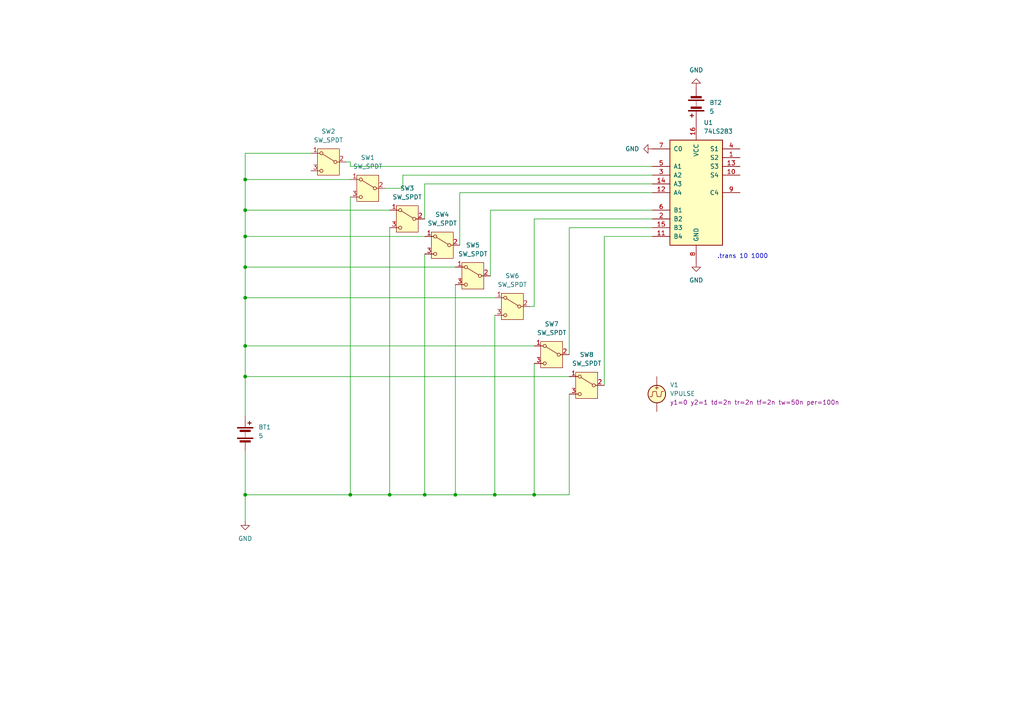
<source format=kicad_sch>
(kicad_sch (version 20250114) (generator "eeschema") (generator_version "9.0")
  (paper "A4")
  (lib_symbols
    (symbol "74xx:74LS283" (pin_names (offset 1.016))
      (property "Reference" "U" (at -7.62 16.51 0))
      (property "Value" "74LS283" (at -7.62 -16.51 0))
      (symbol "74LS283_1_0"
        (pin input line (at -12.7 12.7 0) (length 5.08) (name "C0") (number "7"))
        (pin input line (at -12.7 7.62 0) (length 5.08) (name "A1") (number "5"))
        (pin input line (at -12.7 5.08 0) (length 5.08) (name "A2") (number "3"))
        (pin input line (at -12.7 2.54 0) (length 5.08) (name "A3") (number "14"))
        (pin input line (at -12.7 0 0) (length 5.08) (name "A4") (number "12"))
        (pin input line (at -12.7 -5.08 0) (length 5.08) (name "B1") (number "6"))
        (pin input line (at -12.7 -7.62 0) (length 5.08) (name "B2") (number "2"))
        (pin input line (at -12.7 -10.16 0) (length 5.08) (name "B3") (number "15"))
        (pin input line (at -12.7 -12.7 0) (length 5.08) (name "B4") (number "11"))
        (pin power_in line (at 0 20.32 270) (length 5.08) (name "VCC") (number "16"))
        (pin power_in line (at 0 -20.32 90) (length 5.08) (name "GND") (number "8"))
        (pin output line (at 12.7 12.7 180) (length 5.08) (name "S1") (number "4"))
        (pin output line (at 12.7 10.16 180) (length 5.08) (name "S2") (number "1"))
        (pin output line (at 12.7 7.62 180) (length 5.08) (name "S3") (number "13"))
        (pin output line (at 12.7 5.08 180) (length 5.08) (name "S4") (number "10"))
        (pin output line (at 12.7 0 180) (length 5.08) (name "C4") (number "9"))
      )
      (symbol "74LS283_1_1"
        (rectangle (start -7.62 15.24) (end 7.62 -15.24) (stroke (width 0.254)) (fill (type background)))
      )
    )
    (symbol "Device:Battery" (pin_numbers (hide yes)) (pin_names (offset 0) (hide yes))
      (property "Reference" "BT" (at 2.54 2.54 0))
      (property "Value" "Battery" (at 2.54 0 0))
      (symbol "Battery_0_1"
        (rectangle (start -2.286 1.778) (end 2.286 1.524) (fill (type outline)))
        (rectangle (start -2.286 -1.27) (end 2.286 -1.524) (fill (type outline)))
        (rectangle (start -1.524 1.016) (end 1.524 0.508) (fill (type outline)))
        (rectangle (start -1.524 -2.032) (end 1.524 -2.54) (fill (type outline)))
        (polyline (pts (xy 0 1.778) (xy 0 2.54)))
        (polyline (pts (xy 0 0) (xy 0 0.254)))
        (polyline (pts (xy 0 -0.508) (xy 0 -0.254)))
        (polyline (pts (xy 0 -1.016) (xy 0 -0.762)))
        (polyline (pts (xy 0.762 3.048) (xy 1.778 3.048)) (stroke (width 0.254)))
        (polyline (pts (xy 1.27 3.556) (xy 1.27 2.54)) (stroke (width 0.254)))
      )
      (symbol "Battery_1_1"
        (pin passive line (at 0 5.08 270) (length 2.54) (name "+") (number "1"))
        (pin passive line (at 0 -5.08 90) (length 2.54) (name "-") (number "2"))
      )
    )
    (symbol "Simulation_SPICE:VPULSE" (pin_numbers (hide yes)) (pin_names (offset 0.0254))
      (property "Reference" "V" (at 2.54 2.54 0))
      (property "Value" "VPULSE" (at 2.54 0 0))
      (property "Sim.Params" "y1=0 y2=1 td=2n tr=2n tf=2n tw=50n per=100n" (at 2.54 -2.54 0))
      (symbol "VPULSE_0_0"
        (polyline (pts (xy -2.032 -0.762) (xy -1.397 -0.762) (xy -1.143 0.762) (xy -0.127 0.762) (xy 0.127 -0.762) (xy 1.143 -0.762) (xy 1.397 0.762) (xy 2.032 0.762)))
        (text "+" (at 0 1.905 0) (effects (font (size 1.27 1.27))))
      )
      (symbol "VPULSE_0_1"
        (circle (center 0 0) (radius 2.54) (stroke (width 0.254)) (fill (type background)))
      )
      (symbol "VPULSE_1_1"
        (pin passive line (at 0 5.08 270) (length 2.54) (name "~") (number "1"))
        (pin passive line (at 0 -5.08 90) (length 2.54) (name "~") (number "2"))
      )
    )
    (symbol "Switch:SW_SPDT" (pin_names (offset 0) (hide yes))
      (property "Reference" "SW" (at 0 5.08 0))
      (property "Value" "SW_SPDT" (at 0 -5.08 0))
      (symbol "SW_SPDT_0_1"
        (circle (center -2.032 0) (radius 0.4572))
        (polyline (pts (xy -1.651 0.254) (xy 1.651 2.286)))
        (circle (center 2.032 2.54) (radius 0.4572))
        (circle (center 2.032 -2.54) (radius 0.4572))
      )
      (symbol "SW_SPDT_1_1"
        (rectangle (start -3.175 3.81) (end 3.175 -3.81) (fill (type background)))
        (pin passive line (at -5.08 0 0) (length 2.54) (name "B") (number "2"))
        (pin passive line (at 5.08 2.54 180) (length 2.54) (name "A") (number "1"))
        (pin passive line (at 5.08 -2.54 180) (length 2.54) (name "C") (number "3"))
      )
    )
    (symbol "power:GND" (power) (pin_numbers (hide yes)) (pin_names (offset 0) (hide yes))
      (property "Value" "GND" (at 0 -3.81 0))
      (symbol "GND_0_1"
        (polyline (pts (xy 0 0) (xy 0 -1.27) (xy 1.27 -1.27) (xy 0 -2.54) (xy -1.27 -1.27) (xy 0 -1.27)))
      )
      (symbol "GND_1_1"
        (pin power_in line (at 0 0 270) (length 0) (name "~") (number "1"))
      )
    )
  )
  (text ".trans 10 1000" (at 215.392 74.422 0) (effects (font (size 1.27 1.27))))
  (junction (at 71.12 77.47))
  (junction (at 71.12 68.58))
  (junction (at 101.6 143.51))
  (junction (at 71.12 52.07))
  (junction (at 143.51 143.51))
  (junction (at 71.12 109.22))
  (junction (at 154.94 143.51))
  (junction (at 71.12 100.33))
  (junction (at 123.19 143.51))
  (junction (at 113.03 143.51))
  (junction (at 132.08 143.51))
  (junction (at 71.12 86.36))
  (junction (at 71.12 60.96))
  (junction (at 71.12 143.51))
  (wire (pts (xy 116.84 54.61) (xy 116.84 50.8)))
  (wire (pts (xy 143.51 143.51) (xy 132.08 143.51)))
  (wire (pts (xy 71.12 130.81) (xy 71.12 143.51)))
  (wire (pts (xy 71.12 60.96) (xy 113.03 60.96)))
  (wire (pts (xy 189.23 68.58) (xy 175.26 68.58)))
  (wire (pts (xy 90.17 44.45) (xy 71.12 44.45)))
  (wire (pts (xy 71.12 52.07) (xy 101.6 52.07)))
  (wire (pts (xy 116.84 50.8) (xy 189.23 50.8)))
  (wire (pts (xy 189.23 60.96) (xy 142.24 60.96)))
  (wire (pts (xy 71.12 86.36) (xy 143.51 86.36)))
  (wire (pts (xy 113.03 66.04) (xy 113.03 143.51)))
  (wire (pts (xy 101.6 57.15) (xy 101.6 143.51)))
  (wire (pts (xy 71.12 68.58) (xy 71.12 77.47)))
  (wire (pts (xy 123.19 73.66) (xy 123.19 143.51)))
  (wire (pts (xy 71.12 52.07) (xy 71.12 60.96)))
  (wire (pts (xy 71.12 77.47) (xy 132.08 77.47)))
  (wire (pts (xy 100.33 46.99) (xy 101.6 46.99)))
  (wire (pts (xy 175.26 68.58) (xy 175.26 111.76)))
  (wire (pts (xy 71.12 109.22) (xy 71.12 120.65)))
  (wire (pts (xy 71.12 109.22) (xy 165.1 109.22)))
  (wire (pts (xy 142.24 60.96) (xy 142.24 80.01)))
  (wire (pts (xy 101.6 46.99) (xy 101.6 48.26)))
  (wire (pts (xy 123.19 143.51) (xy 132.08 143.51)))
  (wire (pts (xy 71.12 86.36) (xy 71.12 100.33)))
  (wire (pts (xy 123.19 53.34) (xy 123.19 63.5)))
  (wire (pts (xy 71.12 68.58) (xy 123.19 68.58)))
  (wire (pts (xy 71.12 60.96) (xy 71.12 68.58)))
  (wire (pts (xy 189.23 63.5) (xy 154.94 63.5)))
  (wire (pts (xy 189.23 55.88) (xy 133.35 55.88)))
  (wire (pts (xy 132.08 82.55) (xy 132.08 143.51)))
  (wire (pts (xy 154.94 143.51) (xy 143.51 143.51)))
  (wire (pts (xy 101.6 48.26) (xy 189.23 48.26)))
  (wire (pts (xy 189.23 53.34) (xy 123.19 53.34)))
  (wire (pts (xy 154.94 63.5) (xy 154.94 88.9)))
  (wire (pts (xy 189.23 66.04) (xy 165.1 66.04)))
  (wire (pts (xy 113.03 143.51) (xy 123.19 143.51)))
  (wire (pts (xy 71.12 143.51) (xy 101.6 143.51)))
  (wire (pts (xy 111.76 54.61) (xy 116.84 54.61)))
  (wire (pts (xy 71.12 77.47) (xy 71.12 86.36)))
  (wire (pts (xy 133.35 55.88) (xy 133.35 71.12)))
  (wire (pts (xy 71.12 100.33) (xy 71.12 109.22)))
  (wire (pts (xy 165.1 66.04) (xy 165.1 102.87)))
  (wire (pts (xy 71.12 44.45) (xy 71.12 52.07)))
  (wire (pts (xy 71.12 143.51) (xy 71.12 151.13)))
  (wire (pts (xy 101.6 143.51) (xy 113.03 143.51)))
  (wire (pts (xy 165.1 114.3) (xy 165.1 143.51)))
  (wire (pts (xy 165.1 143.51) (xy 154.94 143.51)))
  (wire (pts (xy 154.94 105.41) (xy 154.94 143.51)))
  (wire (pts (xy 154.94 100.33) (xy 71.12 100.33)))
  (wire (pts (xy 153.67 88.9) (xy 154.94 88.9)))
  (wire (pts (xy 143.51 91.44) (xy 143.51 143.51)))
  (symbol (lib_id "Device:Battery") (at 71.12 125.73 0) (unit 1)
    (property "Reference" "BT1" (at 74.93 123.8884 0) (effects (justify left)))
    (property "Value" "5" (at 74.93 126.4284 0) (effects (justify left)))
    (property "Description" "Multiple-cell battery" (effects (hide yes)))
  )
  (symbol (lib_id "Switch:SW_SPDT") (at 160.02 102.87 0) (mirror y) (unit 1)
    (property "Reference" "SW7" (at 160.02 93.98 0))
    (property "Value" "SW_SPDT" (at 160.02 96.52 0))
    (property "Description" "Switch, single pole double throw" (effects (hide yes)))
  )
  (symbol (lib_id "power:GND") (at 189.23 43.18 270) (unit 1)
    (property "Reference" "#PWR03" (effects (hide yes)))
    (property "Value" "GND" (at 185.42 43.1799 90) (effects (justify right)))
    (property "Description" "Power symbol creates a global label with name \"GND\" , ground" (effects (hide yes)))
  )
  (symbol (lib_id "Switch:SW_SPDT") (at 106.68 54.61 0) (mirror y) (unit 1)
    (property "Reference" "SW1" (at 106.68 45.72 0))
    (property "Value" "SW_SPDT" (at 106.68 48.26 0))
    (property "Description" "Switch, single pole double throw" (effects (hide yes)))
  )
  (symbol (lib_id "power:GND") (at 71.12 151.13 0) (unit 1)
    (property "Reference" "#PWR01" (effects (hide yes)))
    (property "Value" "GND" (at 71.12 156.21 0))
    (property "Description" "Power symbol creates a global label with name \"GND\" , ground" (effects (hide yes)))
  )
  (symbol (lib_id "Switch:SW_SPDT") (at 170.18 111.76 0) (mirror y) (unit 1)
    (property "Reference" "SW8" (at 170.18 102.87 0))
    (property "Value" "SW_SPDT" (at 170.18 105.41 0))
    (property "Description" "Switch, single pole double throw" (effects (hide yes)))
  )
  (symbol (lib_id "74xx:74LS283") (at 201.93 55.88 0) (unit 1)
    (property "Reference" "U1" (at 204.0733 35.56 0) (effects (justify left)))
    (property "Value" "74LS283" (at 204.0733 38.1 0) (effects (justify left)))
    (property "Datasheet" "http://www.ti.com/lit/gpn/sn74LS283" (effects (hide yes)))
    (property "Description" "4-bit full Adder" (effects (hide yes)))
  )
  (symbol (lib_id "power:GND") (at 201.93 25.4 180) (unit 1)
    (property "Reference" "#PWR04" (effects (hide yes)))
    (property "Value" "GND" (at 201.93 20.32 0))
    (property "Description" "Power symbol creates a global label with name \"GND\" , ground" (effects (hide yes)))
  )
  (symbol (lib_id "Switch:SW_SPDT") (at 148.59 88.9 0) (mirror y) (unit 1)
    (property "Reference" "SW6" (at 148.59 80.01 0))
    (property "Value" "SW_SPDT" (at 148.59 82.55 0))
    (property "Description" "Switch, single pole double throw" (effects (hide yes)))
  )
  (symbol (lib_id "Switch:SW_SPDT") (at 128.27 71.12 0) (mirror y) (unit 1)
    (property "Reference" "SW4" (at 128.27 62.23 0))
    (property "Value" "SW_SPDT" (at 128.27 64.77 0))
    (property "Description" "Switch, single pole double throw" (effects (hide yes)))
  )
  (symbol (lib_id "Switch:SW_SPDT") (at 118.11 63.5 0) (mirror y) (unit 1)
    (property "Reference" "SW3" (at 118.11 54.61 0))
    (property "Value" "SW_SPDT" (at 118.11 57.15 0))
    (property "Description" "Switch, single pole double throw" (effects (hide yes)))
  )
  (symbol (lib_id "power:GND") (at 201.93 76.2 0) (unit 1)
    (property "Reference" "#PWR02" (effects (hide yes)))
    (property "Value" "GND" (at 201.93 81.28 0))
    (property "Description" "Power symbol creates a global label with name \"GND\" , ground" (effects (hide yes)))
  )
  (symbol (lib_id "Switch:SW_SPDT") (at 137.16 80.01 0) (mirror y) (unit 1)
    (property "Reference" "SW5" (at 137.16 71.12 0))
    (property "Value" "SW_SPDT" (at 137.16 73.66 0))
    (property "Description" "Switch, single pole double throw" (effects (hide yes)))
  )
  (symbol (lib_id "Switch:SW_SPDT") (at 95.25 46.99 0) (mirror y) (unit 1)
    (property "Reference" "SW2" (at 95.25 38.1 0))
    (property "Value" "SW_SPDT" (at 95.25 40.64 0))
    (property "Description" "Switch, single pole double throw" (effects (hide yes)))
  )
  (symbol (lib_id "Simulation_SPICE:VPULSE") (at 190.5 114.3 0) (unit 1)
    (property "Reference" "V1" (at 194.31 111.6301 0) (effects (justify left)))
    (property "Value" "VPULSE" (at 194.31 114.1701 0) (effects (justify left)))
    (property "Datasheet" "https://ngspice.sourceforge.io/docs/ngspice-html-manual/manual.xhtml#sec_Independent_Sources_for" (effects (hide yes)))
    (property "Description" "Voltage source, pulse" (effects (hide yes)))
    (property "Sim.Pins" "1=+ 2=-" (effects (hide yes)))
    (property "Sim.Type" "PULSE" (effects (hide yes)))
    (property "Sim.Device" "V" (effects (hide yes)))
    (property "Sim.Params" "y1=0 y2=1 td=2n tr=2n tf=2n tw=50n per=100n" (at 194.31 116.7101 0) (effects (justify left)))
  )
  (symbol (lib_id "Device:Battery") (at 201.93 30.48 180) (unit 1)
    (property "Reference" "BT2" (at 205.74 29.7814 0) (effects (justify right)))
    (property "Value" "5" (at 205.74 32.3214 0) (effects (justify right)))
    (property "Description" "Multiple-cell battery" (effects (hide yes)))
  )
)
</source>
